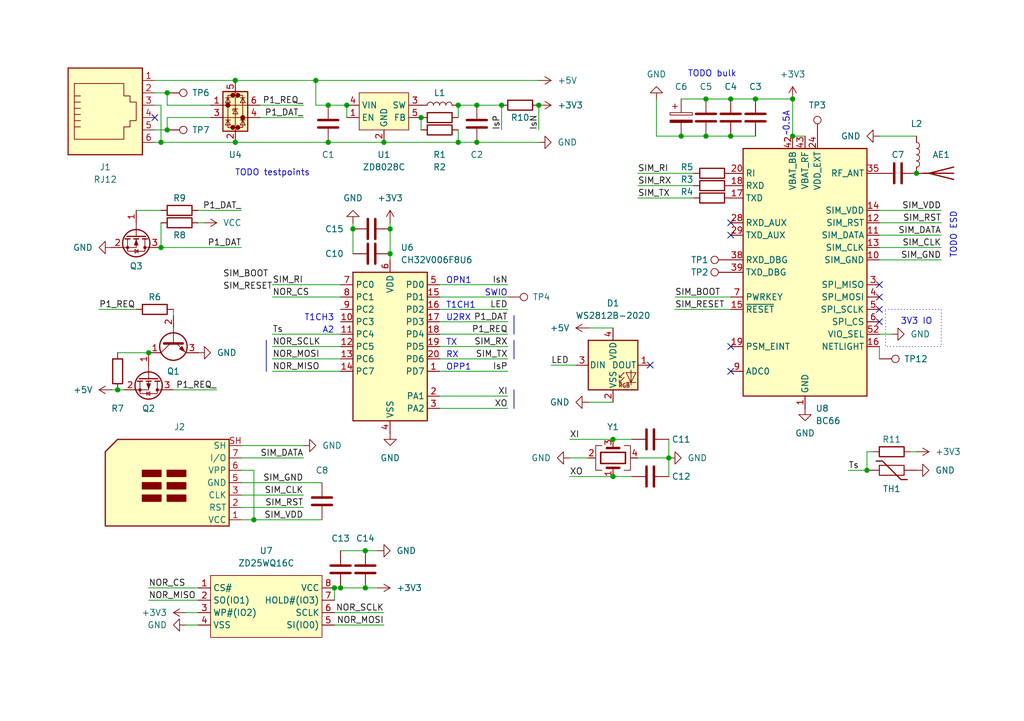
<source format=kicad_sch>
(kicad_sch (version 20250114) (generator "eeschema") (generator_version "9.0")
  (paper "A5")
  (title_block (title "P1Link") (rev "0.1") (comment 3 "github.com/samthedev32/P1Link") (comment 4 "Drawn By: SamTheDev"))
  (lib_symbols
    (symbol "Connector:RJ12" (pin_names (offset 1.016))
      (property "Reference" "J" (at -5.08 11.43 0))
      (property "Value" "RJ12" (at 2.54 11.43 0))
      (symbol "RJ12_1_1"
        (pin passive line (at 10.16 7.62 180) (length 2.54) (name "~") (number "6"))
        (pin passive line (at 10.16 5.08 180) (length 2.54) (name "~") (number "5"))
        (pin passive line (at 10.16 2.54 180) (length 2.54) (name "~") (number "4"))
        (pin passive line (at 10.16 0 180) (length 2.54) (name "~") (number "3"))
        (pin passive line (at 10.16 -2.54 180) (length 2.54) (name "~") (number "2"))
        (pin passive line (at 10.16 -5.08 180) (length 2.54) (name "~") (number "1"))
      )
    )
    (symbol "Connector:SIM_Card_Shielded"
      (property "Reference" "J" (at -2.54 12.7 0))
      (property "Value" "SIM_Card_Shielded" (at -1.27 10.16 0))
      (symbol "SIM_Card_Shielded_1_1"
        (pin power_in line (at -12.7 7.62 0) (length 2.54) (name "VCC") (number "1"))
        (pin input line (at -12.7 5.08 0) (length 2.54) (name "RST") (number "2"))
        (pin input line (at -12.7 2.54 0) (length 2.54) (name "CLK") (number "3"))
        (pin power_in line (at -12.7 0 0) (length 2.54) (name "GND") (number "5"))
        (pin input line (at -12.7 -2.54 0) (length 2.54) (name "VPP") (number "6"))
        (pin bidirectional line (at -12.7 -5.08 0) (length 2.54) (name "I/O") (number "7"))
        (pin passive line (at -12.7 -7.62 0) (length 2.54) (name "SH") (number "SH"))
      )
    )
    (symbol "Connector:TestPoint" (pin_numbers (hide yes)) (pin_names (offset 0.762) (hide yes))
      (property "Reference" "TP" (at 0 6.858 0))
      (property "Value" "TestPoint" (at 0 5.08 0))
      (symbol "TestPoint_1_1"
        (pin passive line (at 0 0 90) (length 2.54) (name "1") (number "1"))
      )
    )
    (symbol "Device:Antenna" (pin_numbers (hide yes)) (pin_names (offset 1.016) (hide yes))
      (property "Reference" "AE" (at -1.905 1.905 0))
      (property "Value" "Antenna" (at -1.905 0 0))
      (symbol "Antenna_1_1"
        (pin input line (at 0 -5.08 90) (length 2.54) (name "A") (number "1"))
      )
    )
    (symbol "Device:C" (pin_numbers (hide yes)) (pin_names (offset 0.254))
      (property "Reference" "C" (at 0.635 2.54 0))
      (property "Value" "C" (at 0.635 -2.54 0))
      (symbol "C_1_1"
        (pin passive line (at 0 3.81 270) (length 2.794) (name "~") (number "1"))
        (pin passive line (at 0 -3.81 90) (length 2.794) (name "~") (number "2"))
      )
    )
    (symbol "Device:C_Polarized" (pin_numbers (hide yes)) (pin_names (offset 0.254))
      (property "Reference" "C" (at 0.635 2.54 0))
      (property "Value" "C_Polarized" (at 0.635 -2.54 0))
      (symbol "C_Polarized_1_1"
        (pin passive line (at 0 3.81 270) (length 2.794) (name "~") (number "1"))
        (pin passive line (at 0 -3.81 90) (length 2.794) (name "~") (number "2"))
      )
    )
    (symbol "Device:Crystal_GND24" (pin_names (offset 1.016) (hide yes))
      (property "Reference" "Y" (at 3.175 5.08 0))
      (property "Value" "Crystal_GND24" (at 3.175 3.175 0))
      (symbol "Crystal_GND24_1_1"
        (pin passive line (at -3.81 0 0) (length 1.27) (name "1") (number "1"))
        (pin passive line (at 0 5.08 270) (length 1.27) (name "2") (number "2"))
        (pin passive line (at 0 -5.08 90) (length 1.27) (name "4") (number "4"))
        (pin passive line (at 3.81 0 180) (length 1.27) (name "3") (number "3"))
      )
    )
    (symbol "Device:L" (pin_numbers (hide yes)) (pin_names (offset 1.016) (hide yes))
      (property "Reference" "L" (at -1.27 0 90))
      (property "Value" "L" (at 1.905 0 90))
      (symbol "L_1_1"
        (pin passive line (at 0 3.81 270) (length 1.27) (name "1") (number "1"))
        (pin passive line (at 0 -3.81 90) (length 1.27) (name "2") (number "2"))
      )
    )
    (symbol "Device:R" (pin_numbers (hide yes)) (pin_names (offset 0))
      (property "Reference" "R" (at 2.032 0 90))
      (property "Value" "R" (at 0 0 90))
      (symbol "R_1_1"
        (pin passive line (at 0 3.81 270) (length 1.27) (name "~") (number "1"))
        (pin passive line (at 0 -3.81 90) (length 1.27) (name "~") (number "2"))
      )
    )
    (symbol "Device:Thermistor" (pin_numbers (hide yes)) (pin_names (offset 0))
      (property "Reference" "TH" (at 2.54 1.27 90))
      (property "Value" "Thermistor" (at -2.54 0 90))
      (symbol "Thermistor_1_1"
        (pin passive line (at 0 5.08 270) (length 2.54) (name "~") (number "1"))
        (pin passive line (at 0 -5.08 90) (length 2.54) (name "~") (number "2"))
      )
    )
    (symbol "LED:WS2812B-2020" (pin_names (offset 0.254))
      (property "Reference" "D" (at 5.08 5.715 0))
      (property "Value" "WS2812B-2020" (at 1.27 -5.715 0))
      (symbol "WS2812B-2020_0_0"
        (text "RGB" (at 2.286 -4.191 0) (effects (font (size 0.762 0.762))))
      )
      (symbol "WS2812B-2020_1_1"
        (pin input line (at -7.62 0 0) (length 2.54) (name "DIN") (number "3"))
        (pin power_in line (at 0 7.62 270) (length 2.54) (name "VDD") (number "4"))
        (pin power_in line (at 0 -7.62 90) (length 2.54) (name "VSS") (number "2"))
        (pin output line (at 7.62 0 180) (length 2.54) (name "DOUT") (number "1"))
      )
    )
    (symbol "MCU_WCH_CH32V0:CH32V006FxUx"
      (property "Reference" "U" (at -7.62 17.78 0))
      (property "Value" "CH32V006FxUx" (at 7.62 17.78 0))
      (symbol "CH32V006FxUx_1_1"
        (pin bidirectional line (at -10.16 12.7 0) (length 2.54) (name "PC0") (number "7"))
        (pin bidirectional line (at -10.16 10.16 0) (length 2.54) (name "PC1") (number "8"))
        (pin bidirectional line (at -10.16 7.62 0) (length 2.54) (name "PC2") (number "9"))
        (pin bidirectional line (at -10.16 5.08 0) (length 2.54) (name "PC3") (number "10"))
        (pin bidirectional line (at -10.16 2.54 0) (length 2.54) (name "PC4") (number "11"))
        (pin bidirectional line (at -10.16 0 0) (length 2.54) (name "PC5") (number "12"))
        (pin bidirectional line (at -10.16 -2.54 0) (length 2.54) (name "PC6") (number "13"))
        (pin bidirectional line (at -10.16 -5.08 0) (length 2.54) (name "PC7") (number "14"))
        (pin power_in line (at 0 17.78 270) (length 2.54) (name "VDD") (number "6"))
        (pin passive line (at 0 -17.78 90) (length 2.54) (hide yes) (name "VSS") (number "21"))
        (pin power_in line (at 0 -17.78 90) (length 2.54) (name "VSS") (number "4"))
        (pin bidirectional line (at 10.16 12.7 180) (length 2.54) (name "PD0") (number "5"))
        (pin bidirectional line (at 10.16 10.16 180) (length 2.54) (name "PD1") (number "15"))
        (pin bidirectional line (at 10.16 7.62 180) (length 2.54) (name "PD2") (number "16"))
        (pin bidirectional line (at 10.16 5.08 180) (length 2.54) (name "PD3") (number "17"))
        (pin bidirectional line (at 10.16 2.54 180) (length 2.54) (name "PD4") (number "18"))
        (pin bidirectional line (at 10.16 0 180) (length 2.54) (name "PD5") (number "19"))
        (pin bidirectional line (at 10.16 -2.54 180) (length 2.54) (name "PD6") (number "20"))
        (pin bidirectional line (at 10.16 -5.08 180) (length 2.54) (name "PD7") (number "1"))
        (pin bidirectional line (at 10.16 -10.16 180) (length 2.54) (name "PA1") (number "2"))
        (pin bidirectional line (at 10.16 -12.7 180) (length 2.54) (name "PA2") (number "3"))
      )
    )
    (symbol "Power_Protection:USBLC6-2SC6" (pin_names (hide yes))
      (property "Reference" "U" (at 0.635 5.715 0))
      (property "Value" "USBLC6-2SC6" (at 0.635 3.81 0))
      (symbol "USBLC6-2SC6_1_1"
        (pin passive line (at -5.08 0 0) (length 2.54) (name "I/O1") (number "1"))
        (pin passive line (at -5.08 -2.54 0) (length 2.54) (name "I/O2") (number "3"))
        (pin passive line (at 0 5.08 270) (length 2.54) (name "VBUS") (number "5"))
        (pin passive line (at 0 -7.62 90) (length 2.54) (name "GND") (number "2"))
        (pin passive line (at 5.08 0 180) (length 2.54) (name "I/O1") (number "6"))
        (pin passive line (at 5.08 -2.54 180) (length 2.54) (name "I/O2") (number "4"))
      )
    )
    (symbol "RF_GSM:BC66"
      (property "Reference" "U8" (at 2.1433 -27.94 0))
      (property "Value" "BC66" (at 2.1433 -30.48 0))
      (symbol "BC66_1_1"
        (pin output line (at -15.24 20.32 0) (length 2.54) (name "RI") (number "20"))
        (pin input line (at -15.24 17.78 0) (length 2.54) (name "RXD") (number "18"))
        (pin output line (at -15.24 15.24 0) (length 2.54) (name "TXD") (number "17"))
        (pin input line (at -15.24 10.16 0) (length 2.54) (name "RXD_AUX") (number "28"))
        (pin output line (at -15.24 7.62 0) (length 2.54) (name "TXD_AUX") (number "29"))
        (pin input line (at -15.24 2.54 0) (length 2.54) (name "RXD_DBG") (number "38"))
        (pin output line (at -15.24 0 0) (length 2.54) (name "TXD_DBG") (number "39"))
        (pin input line (at -15.24 -5.08 0) (length 2.54) (name "PWRKEY") (number "7"))
        (pin input line (at -15.24 -7.62 0) (length 2.54) (name "~{RESET}") (number "15"))
        (pin input line (at -15.24 -15.24 0) (length 2.54) (name "PSM_EINT") (number "19"))
        (pin input line (at -15.24 -20.32 0) (length 2.54) (name "ADC0") (number "9"))
        (pin no_connect line (at -12.7 22.86 0) (length 2.54) (hide yes) (name "RESERVED") (number "8"))
        (pin no_connect line (at -12.7 12.7 0) (length 2.54) (hide yes) (name "RESERVED") (number "21"))
        (pin no_connect line (at -12.7 5.08 0) (length 2.54) (hide yes) (name "RESERVED") (number "22"))
        (pin no_connect line (at -12.7 -2.54 0) (length 2.54) (hide yes) (name "RESERVED") (number "23"))
        (pin no_connect line (at -12.7 -10.16 0) (length 2.54) (hide yes) (name "RESERVED") (number "25"))
        (pin no_connect line (at -12.7 -12.7 0) (length 2.54) (hide yes) (name "RESERVED") (number "51"))
        (pin no_connect line (at -12.7 -17.78 0) (length 2.54) (hide yes) (name "RESERVED") (number "26"))
        (pin no_connect line (at -12.7 -22.86 0) (length 2.54) (hide yes) (name "RESERVED") (number "30"))
        (pin no_connect line (at -10.16 -25.4 90) (length 2.54) (hide yes) (name "RESERVED") (number "31"))
        (pin no_connect line (at -7.62 -25.4 90) (length 2.54) (hide yes) (name "RESERVED") (number "32"))
        (pin no_connect line (at -5.08 25.4 270) (length 2.54) (hide yes) (name "RESERVED") (number "2"))
        (pin no_connect line (at -5.08 -25.4 90) (length 2.54) (hide yes) (name "RESERVED") (number "33"))
        (pin power_in line (at -2.54 27.94 270) (length 2.54) (name "VBAT_BB") (number "42"))
        (pin no_connect line (at -2.54 -25.4 90) (length 2.54) (hide yes) (name "RESERVED") (number "44"))
        (pin power_in line (at 0 27.94 270) (length 2.54) (name "VBAT_RF") (number "43"))
        (pin power_in line (at 0 -27.94 90) (length 2.54) (name "GND") (number "1"))
        (pin passive line (at 0 -27.94 90) (length 2.54) (hide yes) (name "GND") (number "27"))
        (pin passive line (at 0 -27.94 90) (length 2.54) (hide yes) (name "GND") (number "34"))
        (pin passive line (at 0 -27.94 90) (length 2.54) (hide yes) (name "GND") (number "36"))
        (pin passive line (at 0 -27.94 90) (length 2.54) (hide yes) (name "GND") (number "37"))
        (pin passive line (at 0 -27.94 90) (length 2.54) (hide yes) (name "GND") (number "40"))
        (pin passive line (at 0 -27.94 90) (length 2.54) (hide yes) (name "GND") (number "41"))
        (pin power_out line (at 2.54 27.94 270) (length 2.54) (name "VDD_EXT") (number "24"))
        (pin no_connect line (at 2.54 -25.4 90) (length 2.54) (hide yes) (name "RESERVED") (number "54"))
        (pin no_connect line (at 5.08 25.4 270) (length 2.54) (hide yes) (name "RESERVED") (number "58"))
        (pin no_connect line (at 5.08 -25.4 90) (length 2.54) (hide yes) (name "RESERVED") (number "45"))
        (pin no_connect line (at 7.62 -25.4 90) (length 2.54) (hide yes) (name "RESERVED") (number "46"))
        (pin no_connect line (at 10.16 -25.4 90) (length 2.54) (hide yes) (name "RESERVED") (number "47"))
        (pin no_connect line (at 12.7 22.86 180) (length 2.54) (hide yes) (name "RESERVED") (number "57"))
        (pin no_connect line (at 12.7 17.78 180) (length 2.54) (hide yes) (name "RESERVED") (number "55"))
        (pin no_connect line (at 12.7 15.24 180) (length 2.54) (hide yes) (name "RESERVED") (number "56"))
        (pin no_connect line (at 12.7 0 180) (length 2.54) (hide yes) (name "RESERVED") (number "53"))
        (pin no_connect line (at 12.7 -17.78 180) (length 2.54) (hide yes) (name "RESERVED") (number "50"))
        (pin no_connect line (at 12.7 -20.32 180) (length 2.54) (hide yes) (name "RESERVED") (number "49"))
        (pin no_connect line (at 12.7 -22.86 180) (length 2.54) (hide yes) (name "RESERVED") (number "48"))
        (pin passive line (at 15.24 20.32 180) (length 2.54) (name "RF_ANT") (number "35"))
        (pin power_out line (at 15.24 12.7 180) (length 2.54) (name "SIM_VDD") (number "14"))
        (pin output line (at 15.24 10.16 180) (length 2.54) (name "SIM_RST") (number "12"))
        (pin bidirectional line (at 15.24 7.62 180) (length 2.54) (name "SIM_DATA") (number "11"))
        (pin output line (at 15.24 5.08 180) (length 2.54) (name "SIM_CLK") (number "13"))
        (pin power_out line (at 15.24 2.54 180) (length 2.54) (name "SIM_GND") (number "10"))
        (pin input line (at 15.24 -2.54 180) (length 2.54) (name "SPI_MISO") (number "3"))
        (pin output line (at 15.24 -5.08 180) (length 2.54) (name "SPI_MOSI") (number "4"))
        (pin output line (at 15.24 -7.62 180) (length 2.54) (name "SPI_SCLK") (number "5"))
        (pin output line (at 15.24 -10.16 180) (length 2.54) (name "SPI_CS") (number "6"))
        (pin input line (at 15.24 -12.7 180) (length 2.54) (name "VIO_SEL") (number "52"))
        (pin output line (at 15.24 -15.24 180) (length 2.54) (name "NETLIGHT") (number "16"))
      )
    )
    (symbol "Transistor_BJT:Q_NPN_CBE" (pin_names (offset 0) (hide yes))
      (property "Reference" "Q" (at 5.08 1.27 0))
      (property "Value" "Q_NPN_CBE" (at 5.08 -1.27 0))
      (symbol "Q_NPN_CBE_1_1"
        (pin input line (at -5.08 0 0) (length 2.54) (name "B") (number "2"))
        (pin passive line (at 2.54 5.08 270) (length 2.54) (name "C") (number "1"))
        (pin passive line (at 2.54 -5.08 90) (length 2.54) (name "E") (number "3"))
      )
    )
    (symbol "Transistor_FET:Q_NMOS_GSD" (pin_names (offset 0) (hide yes))
      (property "Reference" "Q" (at 5.08 1.905 0))
      (property "Value" "Q_NMOS_GSD" (at 5.08 0 0))
      (symbol "Q_NMOS_GSD_1_1"
        (pin input line (at -5.08 0 0) (length 2.54) (name "G") (number "1"))
        (pin passive line (at 2.54 5.08 270) (length 2.54) (name "D") (number "3"))
        (pin passive line (at 2.54 -5.08 90) (length 2.54) (name "S") (number "2"))
      )
    )
    (symbol "Transistor_FET:Q_PMOS_GSD" (pin_names (offset 0) (hide yes))
      (property "Reference" "Q" (at 5.08 1.905 0))
      (property "Value" "Q_PMOS_GSD" (at 5.08 0 0))
      (symbol "Q_PMOS_GSD_1_1"
        (pin input line (at -5.08 0 0) (length 2.54) (name "G") (number "1"))
        (pin passive line (at 2.54 5.08 270) (length 2.54) (name "D") (number "3"))
        (pin passive line (at 2.54 -5.08 90) (length 2.54) (name "S") (number "2"))
      )
    )
    (symbol "power:+3V3" (power) (pin_numbers (hide yes)) (pin_names (offset 0) (hide yes))
      (property "Value" "+3V3" (at 0 3.556 0))
      (symbol "+3V3_1_1"
        (pin power_in line (at 0 0 90) (length 0) (name "~") (number "1"))
      )
    )
    (symbol "power:+5V" (power) (pin_numbers (hide yes)) (pin_names (offset 0) (hide yes))
      (property "Value" "+5V" (at 0 3.556 0))
      (symbol "+5V_1_1"
        (pin power_in line (at 0 0 90) (length 0) (name "~") (number "1"))
      )
    )
    (symbol "power:GND" (power) (pin_numbers (hide yes)) (pin_names (offset 0) (hide yes))
      (property "Value" "GND" (at 0 -3.81 0))
      (symbol "GND_1_1"
        (pin power_in line (at 0 0 270) (length 0) (name "~") (number "1"))
      )
    )
    (symbol "power:VCC" (power) (pin_numbers (hide yes)) (pin_names (offset 0) (hide yes))
      (property "Value" "VCC" (at 0 3.556 0))
      (symbol "VCC_1_1"
        (pin power_in line (at 0 0 90) (length 0) (name "~") (number "1"))
      )
    )
    (symbol "zetta:ZD25WQ16C"
      (property "Reference" "U" (at 0 3.81 0))
      (property "Value" "ZD25WQ16C" (at 0 1.27 0))
      (symbol "ZD25WQ16C_1_1"
        (pin input line (at -13.97 -2.54 0) (length 2.54) (name "CS#") (number "1"))
        (pin bidirectional line (at -13.97 -5.08 0) (length 2.54) (name "SO(IO1)") (number "2"))
        (pin bidirectional line (at -13.97 -7.62 0) (length 2.54) (name "WP#(IO2)") (number "3"))
        (pin passive line (at -13.97 -10.16 0) (length 2.54) (name "VSS") (number "4"))
        (pin passive line (at -13.97 -10.16 0) (length 2.54) (hide yes) (name "TP") (number "9"))
        (pin power_in line (at 13.97 -2.54 180) (length 2.54) (name "VCC") (number "8"))
        (pin bidirectional line (at 13.97 -5.08 180) (length 2.54) (name "HOLD#(IO3)") (number "7"))
        (pin input line (at 13.97 -7.62 180) (length 2.54) (name "SCLK") (number "6"))
        (pin bidirectional line (at 13.97 -10.16 180) (length 2.54) (name "SI(IO0)") (number "5"))
      )
    )
    (symbol "zetta:ZD8028C"
      (property "Reference" "U" (at 0 3.81 0))
      (property "Value" "ZD8028C" (at 0 1.27 0))
      (symbol "ZD8028C_1_1"
        (pin power_in line (at -7.62 -2.54 0) (length 2.54) (name "VIN") (number "4"))
        (pin input line (at -7.62 -5.08 0) (length 2.54) (name "EN") (number "1"))
        (pin passive line (at 0 -10.16 90) (length 2.54) (name "GND") (number "2"))
        (pin power_out line (at 7.62 -2.54 180) (length 2.54) (name "SW") (number "3"))
        (pin input line (at 7.62 -5.08 180) (length 2.54) (name "FB") (number "5"))
      )
    )
  )
  (rectangle (start 181.61 63.5) (end 193.04 71.12) (stroke (width 0) (type dot)))
  (text "U2RX" (at 91.44 66.04 0) (effects (font (size 1.27 1.27)) (justify left bottom)))
  (text "TODO testpoints" (at 55.88 35.56 0) (effects (font (size 1.27 1.27))))
  (text "T1CH1" (at 91.44 63.5 0) (effects (font (size 1.27 1.27)) (justify left bottom)))
  (text "RX" (at 91.44 73.66 0) (effects (font (size 1.27 1.27)) (justify left bottom)))
  (text "~0.5A" (at 161.29 25.4 90) (effects (font (size 1.27 1.27))))
  (text "TODO ESD" (at 195.58 48.26 90) (effects (font (size 1.27 1.27))))
  (text "TX" (at 91.44 71.12 0) (effects (font (size 1.27 1.27)) (justify left bottom)))
  (text "A2" (at 68.58 68.58 0) (effects (font (size 1.27 1.27)) (justify right bottom)))
  (text "T1CH3" (at 68.58 66.04 0) (effects (font (size 1.27 1.27)) (justify right bottom)))
  (text "OPP1" (at 91.44 76.2 0) (effects (font (size 1.27 1.27)) (justify left bottom)))
  (text "OPN1" (at 91.44 58.42 0) (effects (font (size 1.27 1.27)) (justify left bottom)))
  (text "SWIO" (at 104.14 60.96 0) (effects (font (size 1.27 1.27)) (justify right bottom)))
  (text "3V3 IO" (at 187.96 66.04 0) (effects (font (size 1.27 1.27))))
  (text "TODO bulk" (at 146.05 15.24 0) (effects (font (size 1.27 1.27))))
  (junction (at 52.07 106.68))
  (junction (at 86.36 24.13))
  (junction (at 187.96 35.56))
  (junction (at 33.02 50.8))
  (junction (at 34.29 26.67))
  (junction (at 137.16 93.98))
  (junction (at 30.48 72.39))
  (junction (at 149.86 20.32))
  (junction (at 74.93 120.65))
  (junction (at 64.77 16.51))
  (junction (at 139.7 27.94))
  (junction (at 78.74 29.21))
  (junction (at 144.78 27.94))
  (junction (at 154.94 20.32))
  (junction (at 69.85 120.65))
  (junction (at 80.01 52.07))
  (junction (at 125.73 90.17))
  (junction (at 48.26 29.21))
  (junction (at 110.49 21.59))
  (junction (at 144.78 20.32))
  (junction (at 162.56 20.32))
  (junction (at 125.73 97.79))
  (junction (at 48.26 16.51))
  (junction (at 67.31 29.21))
  (junction (at 34.29 19.05))
  (junction (at 102.87 21.59))
  (junction (at 71.12 21.59))
  (junction (at 33.02 29.21))
  (junction (at 177.8 96.52))
  (junction (at 68.58 120.65))
  (junction (at 72.39 46.99))
  (junction (at 97.79 29.21))
  (junction (at 162.56 27.94))
  (junction (at 93.98 21.59))
  (junction (at 67.31 21.59))
  (junction (at 74.93 113.03))
  (junction (at 97.79 21.59))
  (junction (at 149.86 27.94))
  (junction (at 93.98 29.21))
  (junction (at 24.13 80.01))
  (junction (at 80.01 46.99))
  (no_connect (at 149.86 71.12))
  (no_connect (at 180.34 58.42))
  (no_connect (at 31.75 24.13))
  (no_connect (at 149.86 45.72))
  (no_connect (at 133.35 74.93))
  (no_connect (at 180.34 63.5))
  (no_connect (at 180.34 60.96))
  (no_connect (at 149.86 48.26))
  (no_connect (at 180.34 66.04))
  (no_connect (at 149.86 76.2))
  (wire (pts (xy 33.02 50.8) (xy 49.53 50.8)))
  (wire (pts (xy 49.53 96.52) (xy 52.07 96.52)))
  (wire (pts (xy 38.1 125.73) (xy 40.64 125.73)))
  (wire (pts (xy 62.23 93.98) (xy 49.53 93.98)))
  (wire (pts (xy 90.17 63.5) (xy 104.14 63.5)))
  (wire (pts (xy 154.94 20.32) (xy 162.56 20.32)))
  (wire (pts (xy 20.32 63.5) (xy 27.94 63.5)))
  (wire (pts (xy 68.58 120.65) (xy 68.58 123.19)))
  (wire (pts (xy 41.91 45.72) (xy 40.64 45.72)))
  (wire (pts (xy 55.88 71.12) (xy 69.85 71.12)))
  (wire (pts (xy 78.74 29.21) (xy 67.31 29.21)))
  (wire (pts (xy 33.02 45.72) (xy 33.02 50.8)))
  (wire (pts (xy 134.62 27.94) (xy 139.7 27.94)))
  (wire (pts (xy 31.75 29.21) (xy 33.02 29.21)))
  (polyline (pts (xy 105.41 64.77) (xy 105.41 68.58)))
  (wire (pts (xy 52.07 96.52) (xy 52.07 106.68)))
  (wire (pts (xy 74.93 120.65) (xy 69.85 120.65)))
  (wire (pts (xy 66.04 106.68) (xy 52.07 106.68)))
  (wire (pts (xy 34.29 24.13) (xy 34.29 26.67)))
  (wire (pts (xy 34.29 21.59) (xy 43.18 21.59)))
  (wire (pts (xy 149.86 27.94) (xy 154.94 27.94)))
  (wire (pts (xy 33.02 29.21) (xy 33.02 21.59)))
  (wire (pts (xy 138.43 63.5) (xy 149.86 63.5)))
  (wire (pts (xy 31.75 21.59) (xy 33.02 21.59)))
  (wire (pts (xy 90.17 68.58) (xy 104.14 68.58)))
  (wire (pts (xy 55.88 58.42) (xy 69.85 58.42)))
  (wire (pts (xy 137.16 93.98) (xy 137.16 97.79)))
  (wire (pts (xy 116.84 97.79) (xy 125.73 97.79)))
  (wire (pts (xy 35.56 63.5) (xy 35.56 64.77)))
  (wire (pts (xy 30.48 120.65) (xy 40.64 120.65)))
  (wire (pts (xy 49.53 99.06) (xy 66.04 99.06)))
  (wire (pts (xy 55.88 76.2) (xy 69.85 76.2)))
  (wire (pts (xy 113.03 74.93) (xy 118.11 74.93)))
  (wire (pts (xy 31.75 19.05) (xy 34.29 19.05)))
  (wire (pts (xy 180.34 71.12) (xy 180.34 73.66)))
  (wire (pts (xy 104.14 60.96) (xy 90.17 60.96)))
  (wire (pts (xy 90.17 66.04) (xy 104.14 66.04)))
  (wire (pts (xy 53.34 24.13) (xy 62.23 24.13)))
  (wire (pts (xy 90.17 71.12) (xy 104.14 71.12)))
  (wire (pts (xy 90.17 58.42) (xy 104.14 58.42)))
  (wire (pts (xy 74.93 113.03) (xy 77.47 113.03)))
  (wire (pts (xy 31.75 16.51) (xy 48.26 16.51)))
  (wire (pts (xy 35.56 80.01) (xy 44.45 80.01)))
  (wire (pts (xy 90.17 83.82) (xy 104.14 83.82)))
  (polyline (pts (xy 105.41 69.85) (xy 105.41 73.66)))
  (wire (pts (xy 90.17 76.2) (xy 104.14 76.2)))
  (wire (pts (xy 69.85 113.03) (xy 74.93 113.03)))
  (wire (pts (xy 97.79 21.59) (xy 102.87 21.59)))
  (wire (pts (xy 55.88 73.66) (xy 69.85 73.66)))
  (wire (pts (xy 38.1 128.27) (xy 40.64 128.27)))
  (wire (pts (xy 49.53 91.44) (xy 62.23 91.44)))
  (wire (pts (xy 48.26 29.21) (xy 67.31 29.21)))
  (wire (pts (xy 34.29 24.13) (xy 43.18 24.13)))
  (wire (pts (xy 149.86 20.32) (xy 154.94 20.32)))
  (wire (pts (xy 77.47 120.65) (xy 74.93 120.65)))
  (wire (pts (xy 69.85 120.65) (xy 68.58 120.65)))
  (wire (pts (xy 71.12 21.59) (xy 71.12 24.13)))
  (wire (pts (xy 93.98 29.21) (xy 97.79 29.21)))
  (wire (pts (xy 93.98 21.59) (xy 93.98 24.13)))
  (wire (pts (xy 130.81 93.98) (xy 137.16 93.98)))
  (wire (pts (xy 27.94 43.18) (xy 33.02 43.18)))
  (wire (pts (xy 137.16 90.17) (xy 137.16 93.98)))
  (wire (pts (xy 86.36 24.13) (xy 86.36 26.67)))
  (wire (pts (xy 125.73 97.79) (xy 129.54 97.79)))
  (wire (pts (xy 177.8 96.52) (xy 173.99 96.52)))
  (wire (pts (xy 24.13 80.01) (xy 25.4 80.01)))
  (wire (pts (xy 138.43 60.96) (xy 149.86 60.96)))
  (wire (pts (xy 64.77 21.59) (xy 67.31 21.59)))
  (wire (pts (xy 180.34 43.18) (xy 193.04 43.18)))
  (wire (pts (xy 80.01 46.99) (xy 80.01 52.07)))
  (wire (pts (xy 93.98 21.59) (xy 97.79 21.59)))
  (wire (pts (xy 30.48 123.19) (xy 40.64 123.19)))
  (wire (pts (xy 33.02 29.21) (xy 48.26 29.21)))
  (wire (pts (xy 80.01 52.07) (xy 80.01 53.34)))
  (wire (pts (xy 182.88 68.58) (xy 180.34 68.58)))
  (wire (pts (xy 97.79 29.21) (xy 110.49 29.21)))
  (wire (pts (xy 180.34 50.8) (xy 193.04 50.8)))
  (wire (pts (xy 144.78 20.32) (xy 149.86 20.32)))
  (wire (pts (xy 48.26 16.51) (xy 64.77 16.51)))
  (wire (pts (xy 180.34 48.26) (xy 193.04 48.26)))
  (polyline (pts (xy 105.41 80.01) (xy 105.41 83.82)))
  (wire (pts (xy 110.49 21.59) (xy 110.49 26.67)))
  (wire (pts (xy 130.81 35.56) (xy 142.24 35.56)))
  (wire (pts (xy 90.17 73.66) (xy 104.14 73.66)))
  (wire (pts (xy 125.73 90.17) (xy 129.54 90.17)))
  (wire (pts (xy 180.34 45.72) (xy 193.04 45.72)))
  (wire (pts (xy 179.07 92.71) (xy 177.8 92.71)))
  (wire (pts (xy 180.34 53.34) (xy 193.04 53.34)))
  (wire (pts (xy 22.86 80.01) (xy 24.13 80.01)))
  (wire (pts (xy 72.39 46.99) (xy 72.39 52.07)))
  (wire (pts (xy 34.29 21.59) (xy 34.29 19.05)))
  (wire (pts (xy 162.56 20.32) (xy 162.56 27.94)))
  (wire (pts (xy 177.8 92.71) (xy 177.8 96.52)))
  (wire (pts (xy 55.88 68.58) (xy 69.85 68.58)))
  (wire (pts (xy 93.98 29.21) (xy 78.74 29.21)))
  (wire (pts (xy 78.74 125.73) (xy 68.58 125.73)))
  (wire (pts (xy 102.87 21.59) (xy 102.87 26.67)))
  (wire (pts (xy 144.78 27.94) (xy 149.86 27.94)))
  (wire (pts (xy 180.34 27.94) (xy 187.96 27.94)))
  (wire (pts (xy 134.62 20.32) (xy 134.62 27.94)))
  (wire (pts (xy 53.34 21.59) (xy 62.23 21.59)))
  (wire (pts (xy 52.07 106.68) (xy 49.53 106.68)))
  (wire (pts (xy 31.75 26.67) (xy 34.29 26.67)))
  (wire (pts (xy 55.88 60.96) (xy 69.85 60.96)))
  (wire (pts (xy 78.74 128.27) (xy 68.58 128.27)))
  (wire (pts (xy 62.23 104.14) (xy 49.53 104.14)))
  (wire (pts (xy 120.65 82.55) (xy 125.73 82.55)))
  (wire (pts (xy 120.65 67.31) (xy 125.73 67.31)))
  (wire (pts (xy 116.84 90.17) (xy 125.73 90.17)))
  (wire (pts (xy 90.17 81.28) (xy 104.14 81.28)))
  (wire (pts (xy 62.23 101.6) (xy 49.53 101.6)))
  (wire (pts (xy 139.7 27.94) (xy 144.78 27.94)))
  (wire (pts (xy 64.77 16.51) (xy 64.77 21.59)))
  (wire (pts (xy 139.7 20.32) (xy 144.78 20.32)))
  (wire (pts (xy 130.81 40.64) (xy 142.24 40.64)))
  (wire (pts (xy 72.39 45.72) (xy 72.39 46.99)))
  (wire (pts (xy 80.01 45.72) (xy 80.01 46.99)))
  (wire (pts (xy 116.84 93.98) (xy 120.65 93.98)))
  (wire (pts (xy 162.56 27.94) (xy 165.1 27.94)))
  (wire (pts (xy 187.96 92.71) (xy 186.69 92.71)))
  (polyline (pts (xy 54.61 69.85) (xy 54.61 76.2)))
  (wire (pts (xy 24.13 72.39) (xy 30.48 72.39)))
  (wire (pts (xy 110.49 16.51) (xy 64.77 16.51)))
  (wire (pts (xy 93.98 26.67) (xy 93.98 29.21)))
  (wire (pts (xy 130.81 38.1) (xy 142.24 38.1)))
  (wire (pts (xy 67.31 21.59) (xy 71.12 21.59)))
  (wire (pts (xy 40.64 43.18) (xy 49.53 43.18)))
  (label "LED" (at 113.03 74.93 0))
  (label "NOR_SCLK" (at 55.88 71.12 0))
  (label "SIM_DATA" (at 193.04 48.26 180))
  (label "P1_REQ" (at 20.32 63.5 0))
  (label "SIM_RST" (at 62.23 104.14 180))
  (label "P1_DAT_" (at 62.23 24.13 180))
  (label "XO" (at 104.14 83.82 180))
  (label "IsP" (at 104.14 76.2 180))
  (label "SIM_RI" (at 55.88 58.42 0))
  (label "P1_REQ" (at 104.14 68.58 180))
  (label "SIM_RST" (at 193.04 45.72 180))
  (label "SIM_CLK" (at 193.04 50.8 180))
  (label "SIM_TX" (at 104.14 73.66 180))
  (label "P1_DAT_" (at 49.53 43.18 180))
  (label "SIM_RI" (at 130.81 35.56 0))
  (label "SIM_CLK" (at 62.23 101.6 180))
  (label "IsP" (at 102.87 26.67 90))
  (label "P1_DAT" (at 49.53 50.8 180))
  (label "P1_DAT" (at 104.14 66.04 180))
  (label "P1_REQ_" (at 62.23 21.59 180))
  (label "IsN" (at 110.49 26.67 90))
  (label "SIM_VDD" (at 193.04 43.18 180))
  (label "SIM_RX" (at 104.14 71.12 180))
  (label "SIM_DATA" (at 62.23 93.98 180))
  (label "XO" (at 116.84 97.79 0))
  (label "XI" (at 116.84 90.17 0))
  (label "LED" (at 104.14 63.5 180))
  (label "SIM_TX" (at 130.81 40.64 0))
  (label "SIM_VDD" (at 62.23 106.68 180))
  (label "NOR_MOSI" (at 55.88 73.66 0))
  (label "Ts" (at 55.88 68.58 0))
  (label "SIM_RX" (at 130.81 38.1 0))
  (label "XI" (at 104.14 81.28 180))
  (label "NOR_MISO" (at 55.88 76.2 0))
  (label "SIM_RESET" (at 138.43 63.5 0))
  (label "P1_REQ_" (at 44.45 80.01 180))
  (label "SIM_GND" (at 193.04 53.34 180))
  (label "SIM_RESET" (at 45.72 59.69 0))
  (label "Ts" (at 173.99 96.52 0))
  (label "SIM_GND" (at 62.23 99.06 180))
  (label "SIM_BOOT" (at 45.72 57.15 0))
  (label "NOR_CS" (at 30.48 120.65 0))
  (label "NOR_MOSI" (at 78.74 128.27 180))
  (label "NOR_MISO" (at 30.48 123.19 0))
  (label "SIM_BOOT" (at 138.43 60.96 0))
  (label "NOR_CS" (at 55.88 60.96 0))
  (label "NOR_SCLK" (at 78.74 125.73 180))
  (label "IsN" (at 104.14 58.42 180))
  (symbol (lib_id "power:+3V3") (at 110.49 21.59 270) (unit 1)
    (property "Reference" "#PWR03" (effects (hide yes)))
    (property "Value" "+3V3" (at 114.3 21.5899 90) (effects (justify left)))
    (property "Description" "Power symbol creates a global label with name \"+3V3\"" (effects (hide yes)))
  )
  (symbol (lib_id "Device:L") (at 90.17 21.59 90) (unit 1)
    (property "Reference" "L1" (at 90.17 19.05 90))
    (property "Value" "L" (effects (hide yes)))
    (property "Footprint" "Inductor_SMD:L_0402_1005Metric" (effects (hide yes)))
    (property "Description" "Inductor" (effects (hide yes)))
  )
  (symbol (lib_id "Connector:TestPoint") (at 104.14 60.96 270) (unit 1)
    (property "Reference" "TP4" (at 109.22 60.96 90) (effects (justify left)))
    (property "Value" "SWIO" (effects (hide yes)))
    (property "Footprint" "TestPoint:TestPoint_Pad_D1.0mm" (effects (hide yes)))
    (property "Description" "test point" (effects (hide yes)))
  )
  (symbol (lib_id "power:GND") (at 40.64 72.39 90) (mirror x) (unit 1)
    (property "Reference" "#PWR09" (effects (hide yes)))
    (property "Value" "GND" (at 44.45 72.3899 90) (effects (justify right)))
    (property "Description" "Power symbol creates a global label with name \"GND\" , ground" (effects (hide yes)))
  )
  (symbol (lib_id "power:GND") (at 165.1 83.82 0) (unit 1)
    (property "Reference" "#PWR05" (effects (hide yes)))
    (property "Value" "GND" (at 165.1 88.9 0))
    (property "Description" "Power symbol creates a global label with name \"GND\" , ground" (effects (hide yes)))
  )
  (symbol (lib_id "Device:R") (at 90.17 26.67 90) (unit 1)
    (property "Reference" "R2" (at 90.17 34.29 90))
    (property "Value" "R" (effects (hide yes)))
    (property "Footprint" "Resistor_SMD:R_0402_1005Metric" (effects (hide yes)))
    (property "Description" "Resistor" (effects (hide yes)))
  )
  (symbol (lib_id "power:GND") (at 38.1 128.27 270) (unit 1)
    (property "Reference" "#PWR024" (effects (hide yes)))
    (property "Value" "GND" (at 34.29 128.27 90) (effects (justify right)))
    (property "Description" "Power symbol creates a global label with name \"GND\" , ground" (effects (hide yes)))
  )
  (symbol (lib_id "Device:R") (at 31.75 63.5 90) (unit 1)
    (property "Reference" "R6" (at 31.75 60.96 90))
    (property "Value" "1k - 10k" (effects (hide yes)))
    (property "Footprint" "Resistor_SMD:R_0402_1005Metric" (effects (hide yes)))
    (property "Description" "Resistor" (effects (hide yes)))
  )
  (symbol (lib_id "Device:C") (at 67.31 25.4 0) (unit 1)
    (property "Reference" "C1" (at 67.31 31.75 0))
    (property "Value" "10u" (effects (hide yes)))
    (property "Footprint" "Capacitor_SMD:C_0402_1005Metric" (effects (hide yes)))
    (property "Description" "Unpolarized capacitor" (effects (hide yes)))
  )
  (symbol (lib_id "Connector:TestPoint") (at 149.86 53.34 90) (unit 1)
    (property "Reference" "TP1" (at 143.51 53.34 90))
    (property "Value" "RXD_DBG" (effects (hide yes)))
    (property "Footprint" "TestPoint:TestPoint_Pad_D1.0mm" (effects (hide yes)))
    (property "Description" "test point" (effects (hide yes)))
  )
  (symbol (lib_id "Device:Antenna") (at 193.04 35.56 270) (unit 1)
    (property "Reference" "AE1" (at 193.04 31.75 90))
    (property "Value" "Antenna" (effects (hide yes)))
    (property "Footprint" "RF_Antenna:Texas_SWRA416_868MHz_915MHz" (effects (hide yes)))
    (property "Description" "Antenna" (effects (hide yes)))
  )
  (symbol (lib_id "power:+3V3") (at 187.96 92.71 270) (mirror x) (unit 1)
    (property "Reference" "#PWR023" (effects (hide yes)))
    (property "Value" "+3V3" (at 191.77 92.7099 90) (effects (justify left)))
    (property "Description" "Power symbol creates a global label with name \"+3V3\"" (effects (hide yes)))
  )
  (symbol (lib_id "Device:R") (at 106.68 21.59 90) (unit 1)
    (property "Reference" "R10" (at 106.68 24.13 90))
    (property "Value" "R" (effects (hide yes)))
    (property "Footprint" "Resistor_SMD:R_0402_1005Metric" (effects (hide yes)))
    (property "Description" "Resistor" (effects (hide yes)))
  )
  (symbol (lib_id "Transistor_BJT:Q_NPN_CBE") (at 35.56 69.85 90) (mirror x) (unit 1)
    (property "Reference" "Q1" (at 35.56 76.2 90))
    (property "Value" "Q_NPN_CBE" (effects (hide yes)))
    (property "Footprint" "Package_TO_SOT_SMD:SOT-23" (effects (hide yes)))
    (property "Description" "NPN transistor, collector/base/emitter" (effects (hide yes)))
  )
  (symbol (lib_id "MCU_WCH_CH32V0:CH32V006FxUx") (at 80.01 71.12 0) (unit 1)
    (property "Reference" "U6" (at 82.1533 50.8 0) (effects (justify left)))
    (property "Value" "CH32V006F8U6" (at 82.1533 53.34 0) (effects (justify left)))
    (property "Footprint" "Package_DFN_QFN:QFN-20-1EP_3x3mm_P0.4mm_EP1.65x1.65mm" (effects (hide yes)))
    (property "Datasheet" "https://www.wch-ic.com/products/CH32V003.html" (effects (hide yes)))
    (property "Description" "CH32V003 series are industrial-grade general-purpose microcontrollers designed based on 32-bit RISC-V instruction set and architecture. It adopts QingKe V2A core, RV32EC instruction set, and supports 2 levels of interrupt nesting. The series are mounted with rich peripheral interfaces and function modules. Its internal organizational structure meets the low-cost and low-power embedded application scenarios." (effects (hide yes)))
    (property "LCSC" "C42431288" (effects (hide yes)))
  )
  (symbol (lib_id "Device:R") (at 24.13 76.2 0) (unit 1)
    (property "Reference" "R7" (at 24.13 83.82 0))
    (property "Value" "10k - 100k" (effects (hide yes)))
    (property "Footprint" "Resistor_SMD:R_0402_1005Metric" (effects (hide yes)))
    (property "Description" "Resistor" (effects (hide yes)))
  )
  (symbol (lib_id "Transistor_FET:Q_NMOS_GSD") (at 27.94 48.26 270) (unit 1)
    (property "Reference" "Q3" (at 27.94 54.61 90))
    (property "Value" "Q_NMOS_GSD" (effects (hide yes)))
    (property "Footprint" "Package_TO_SOT_SMD:SOT-23" (effects (hide yes)))
    (property "Description" "N-MOSFET transistor, gate/source/drain" (effects (hide yes)))
    (property "LCSC" "C4748714" (effects (hide yes)))
  )
  (symbol (lib_id "Connector:SIM_Card_Shielded") (at 36.83 99.06 180) (unit 1)
    (property "Reference" "J2" (at 36.83 87.63 0))
    (property "Value" "SIM_Card_Shielded" (effects (hide yes)))
    (property "Footprint" "misc:XUNPU_SMN-305" (effects (hide yes)))
    (property "Description" "SIM Card" (effects (hide yes)))
  )
  (symbol (lib_id "Device:R") (at 146.05 38.1 90) (unit 1)
    (property "Reference" "R3" (at 142.24 36.83 90) (effects (justify left)))
    (property "Value" "1k" (effects (hide yes)))
    (property "Footprint" "Resistor_SMD:R_0402_1005Metric" (effects (hide yes)))
    (property "Description" "Resistor" (effects (hide yes)))
  )
  (symbol (lib_id "Device:R") (at 146.05 35.56 90) (unit 1)
    (property "Reference" "R5" (at 142.24 34.29 90) (effects (justify left)))
    (property "Value" "1k" (effects (hide yes)))
    (property "Footprint" "Resistor_SMD:R_0402_1005Metric" (effects (hide yes)))
    (property "Description" "Resistor" (effects (hide yes)))
  )
  (symbol (lib_id "Device:R") (at 36.83 43.18 90) (unit 1)
    (property "Reference" "R9" (at 36.83 40.64 90))
    (property "Value" "100-1k" (effects (hide yes)))
    (property "Footprint" "Resistor_SMD:R_0402_1005Metric" (effects (hide yes)))
    (property "Description" "Resistor" (effects (hide yes)))
  )
  (symbol (lib_id "Connector:RJ12") (at 21.59 21.59 0) (mirror x) (unit 1)
    (property "Reference" "J1" (at 21.59 34.29 0))
    (property "Value" "RJ12" (at 21.59 36.83 0))
    (property "Footprint" "Connector_RJ:RJ25_Wayconn_MJEA-660X1_Horizontal" (effects (hide yes)))
    (property "Description" "RJ connector, 6P6C (6 positions 6 connected)" (effects (hide yes)))
    (property "LCSC" "C77859" (effects (hide yes)))
  )
  (symbol (lib_id "power:GND") (at 134.62 20.32 180) (unit 1)
    (property "Reference" "#PWR08" (effects (hide yes)))
    (property "Value" "GND" (at 134.62 15.24 0))
    (property "Description" "Power symbol creates a global label with name \"GND\" , ground" (effects (hide yes)))
  )
  (symbol (lib_id "Power_Protection:USBLC6-2SC6") (at 48.26 21.59 0) (unit 1)
    (property "Reference" "U4" (at 48.26 31.75 0))
    (property "Value" "USBLC6-2SC6" (effects (hide yes)))
    (property "Footprint" "Package_TO_SOT_SMD:SOT-23-6" (effects (hide yes)))
    (property "Datasheet" "https://www.st.com/resource/en/datasheet/usblc6-2.pdf" (effects (hide yes)))
    (property "Description" "Very low capacitance ESD protection diode, 2 data-line, SOT-23-6" (effects (hide yes)))
    (property "LCSC" "C2687116" (effects (hide yes)))
  )
  (symbol (lib_id "Device:C") (at 144.78 24.13 0) (unit 1)
    (property "Reference" "C5" (at 144.78 17.78 0))
    (property "Value" "100p" (effects (hide yes)))
    (property "Footprint" "Capacitor_SMD:C_0402_1005Metric" (effects (hide yes)))
    (property "Description" "Unpolarized capacitor" (effects (hide yes)))
  )
  (symbol (lib_id "power:GND") (at 187.96 96.52 90) (mirror x) (unit 1)
    (property "Reference" "#PWR025" (effects (hide yes)))
    (property "Value" "GND" (at 191.77 96.5199 90) (effects (justify right)))
    (property "Description" "Power symbol creates a global label with name \"GND\" , ground" (effects (hide yes)))
  )
  (symbol (lib_id "power:+5V") (at 120.65 67.31 90) (unit 1)
    (property "Reference" "#PWR017" (effects (hide yes)))
    (property "Value" "+5V" (at 116.84 67.3099 90) (effects (justify left)))
    (property "Description" "Power symbol creates a global label with name \"+5V\"" (effects (hide yes)))
  )
  (symbol (lib_id "power:GND") (at 62.23 91.44 90) (mirror x) (unit 1)
    (property "Reference" "#PWR019" (effects (hide yes)))
    (property "Value" "GND" (at 66.04 91.44 90) (effects (justify right)))
    (property "Description" "Power symbol creates a global label with name \"GND\" , ground" (effects (hide yes)))
  )
  (symbol (lib_id "Connector:TestPoint") (at 180.34 73.66 270) (unit 1)
    (property "Reference" "TP12" (at 185.42 73.66 90) (effects (justify left)))
    (property "Value" "NETLIGHT" (effects (hide yes)))
    (property "Footprint" "TestPoint:TestPoint_Pad_D1.0mm" (effects (hide yes)))
    (property "Description" "test point" (effects (hide yes)))
  )
  (symbol (lib_id "power:+3V3") (at 77.47 120.65 270) (unit 1)
    (property "Reference" "#PWR014" (effects (hide yes)))
    (property "Value" "+3V3" (at 81.28 120.6499 90) (effects (justify left)))
    (property "Description" "Power symbol creates a global label with name \"+3V3\"" (effects (hide yes)))
  )
  (symbol (lib_id "Device:C") (at 69.85 116.84 0) (unit 1)
    (property "Reference" "C13" (at 69.85 110.49 0))
    (property "Value" "0.1u" (effects (hide yes)))
    (property "Footprint" "Capacitor_SMD:C_0402_1005Metric" (effects (hide yes)))
    (property "Description" "Unpolarized capacitor" (effects (hide yes)))
  )
  (symbol (lib_id "Device:C") (at 149.86 24.13 0) (unit 1)
    (property "Reference" "C4" (at 149.86 17.78 0))
    (property "Value" "100p" (effects (hide yes)))
    (property "Footprint" "Capacitor_SMD:C_0402_1005Metric" (effects (hide yes)))
    (property "Description" "Unpolarized capacitor" (effects (hide yes)))
  )
  (symbol (lib_id "Device:C") (at 184.15 35.56 90) (unit 1)
    (property "Reference" "C7" (at 184.15 31.75 90))
    (property "Value" "1p" (effects (hide yes)))
    (property "Footprint" "Capacitor_SMD:C_0402_1005Metric" (effects (hide yes)))
    (property "Description" "Unpolarized capacitor" (effects (hide yes)))
  )
  (symbol (lib_id "Device:C_Polarized") (at 139.7 24.13 0) (unit 1)
    (property "Reference" "C6" (at 139.7 17.78 0))
    (property "Value" "100u" (effects (hide yes)))
    (property "Footprint" "Capacitor_SMD:C_0402_1005Metric" (effects (hide yes)))
    (property "Description" "Polarized capacitor" (effects (hide yes)))
  )
  (symbol (lib_id "Device:R") (at 182.88 92.71 270) (mirror x) (unit 1)
    (property "Reference" "R11" (at 182.88 90.17 90))
    (property "Value" "10k" (effects (hide yes)))
    (property "Footprint" "Resistor_SMD:R_0402_1005Metric" (effects (hide yes)))
    (property "Description" "Resistor" (effects (hide yes)))
  )
  (symbol (lib_id "Device:C") (at 97.79 25.4 0) (unit 1)
    (property "Reference" "C2" (at 97.79 31.75 0))
    (property "Value" "10u" (effects (hide yes)))
    (property "Footprint" "Capacitor_SMD:C_0402_1005Metric" (effects (hide yes)))
    (property "Description" "Unpolarized capacitor" (effects (hide yes)))
  )
  (symbol (lib_id "Device:R") (at 146.05 40.64 90) (unit 1)
    (property "Reference" "R4" (at 142.24 39.37 90) (effects (justify left)))
    (property "Value" "1k" (effects (hide yes)))
    (property "Footprint" "Resistor_SMD:R_0402_1005Metric" (effects (hide yes)))
    (property "Description" "Resistor" (effects (hide yes)))
  )
  (symbol (lib_id "Device:C") (at 76.2 46.99 270) (mirror x) (unit 1)
    (property "Reference" "C15" (at 68.58 46.99 90))
    (property "Value" "10u" (effects (hide yes)))
    (property "Footprint" "Capacitor_SMD:C_0402_1005Metric" (effects (hide yes)))
    (property "Description" "Unpolarized capacitor" (effects (hide yes)))
  )
  (symbol (lib_id "power:GND") (at 80.01 88.9 0) (unit 1)
    (property "Reference" "#PWR020" (effects (hide yes)))
    (property "Value" "GND" (at 80.01 93.98 0))
    (property "Description" "Power symbol creates a global label with name \"GND\" , ground" (effects (hide yes)))
  )
  (symbol (lib_id "Device:R") (at 90.17 24.13 90) (unit 1)
    (property "Reference" "R1" (at 90.17 31.75 90))
    (property "Value" "R" (effects (hide yes)))
    (property "Footprint" "Resistor_SMD:R_0402_1005Metric" (effects (hide yes)))
    (property "Description" "Resistor" (effects (hide yes)))
  )
  (symbol (lib_id "power:GND") (at 180.34 27.94 270) (unit 1)
    (property "Reference" "#PWR022" (effects (hide yes)))
    (property "Value" "GND" (at 176.53 27.9399 90) (effects (justify right)))
    (property "Description" "Power symbol creates a global label with name \"GND\" , ground" (effects (hide yes)))
  )
  (symbol (lib_id "Device:C") (at 74.93 116.84 0) (unit 1)
    (property "Reference" "C14" (at 74.93 110.49 0))
    (property "Value" "10u" (effects (hide yes)))
    (property "Footprint" "Capacitor_SMD:C_0402_1005Metric" (effects (hide yes)))
    (property "Description" "Unpolarized capacitor" (effects (hide yes)))
  )
  (symbol (lib_id "Device:Thermistor") (at 182.88 96.52 270) (mirror x) (unit 1)
    (property "Reference" "TH1" (at 182.88 100.33 90))
    (property "Value" "10k" (effects (hide yes)))
    (property "Footprint" "Resistor_SMD:R_0402_1005Metric" (effects (hide yes)))
    (property "Description" "Temperature dependent resistor" (effects (hide yes)))
    (property "Characteristics" "Nominal B-Constant 3350-3399K" (effects (hide yes)))
    (property "LCSC" "C77131" (effects (hide yes)))
  )
  (symbol (lib_id "RF_GSM:BC66") (at 165.1 55.88 0) (unit 1)
    (property "Reference" "U8" (at 167.2433 83.82 0) (effects (justify left)))
    (property "Value" "BC66" (at 167.2433 86.36 0) (effects (justify left)))
    (property "Footprint" "RF_GSM:Quectel_BC66" (effects (hide yes)))
    (property "Datasheet" "https://www.quectel.com/UploadImage/Downlad/Quectel_BC66_Hardware_Design_V1.1.pdf" (effects (hide yes)))
    (property "Description" "Quectel NB-IoT Global, AT Command Set" (effects (hide yes)))
  )
  (symbol (lib_id "power:GND") (at 22.86 50.8 270) (unit 1)
    (property "Reference" "#PWR010" (effects (hide yes)))
    (property "Value" "GND" (at 19.05 50.7999 90) (effects (justify right)))
    (property "Description" "Power symbol creates a global label with name \"GND\" , ground" (effects (hide yes)))
  )
  (symbol (lib_id "power:+5V") (at 110.49 16.51 270) (unit 1)
    (property "Reference" "#PWR02" (effects (hide yes)))
    (property "Value" "+5V" (at 114.3 16.5099 90) (effects (justify left)))
    (property "Description" "Power symbol creates a global label with name \"+5V\"" (effects (hide yes)))
  )
  (symbol (lib_id "zetta:ZD25WQ16C") (at 54.61 118.11 0) (unit 1)
    (property "Reference" "U7" (at 54.61 113.03 0))
    (property "Value" "ZD25WQ16C" (at 54.61 115.57 0))
    (property "Footprint" "Package_SON:Winbond_USON-8-1EP_3x2mm_P0.5mm_EP0.2x1.6mm" (effects (hide yes)))
    (property "LCSC" "C7304007" (effects (hide yes)))
  )
  (symbol (lib_id "power:+3V3") (at 80.01 45.72 0) (unit 1)
    (property "Reference" "#PWR012" (effects (hide yes)))
    (property "Value" "+3V3" (at 80.01 40.64 0))
    (property "Description" "Power symbol creates a global label with name \"+3V3\"" (effects (hide yes)))
  )
  (symbol (lib_id "power:GND") (at 116.84 93.98 270) (unit 1)
    (property "Reference" "#PWR021" (effects (hide yes)))
    (property "Value" "GND" (at 113.03 93.9799 90) (effects (justify right)))
    (property "Description" "Power symbol creates a global label with name \"GND\" , ground" (effects (hide yes)))
  )
  (symbol (lib_id "Device:C") (at 133.35 90.17 90) (unit 1)
    (property "Reference" "C11" (at 139.7 90.17 90))
    (property "Value" "8p" (effects (hide yes)))
    (property "Footprint" "Capacitor_SMD:C_0402_1005Metric" (effects (hide yes)))
    (property "Description" "Unpolarized capacitor" (effects (hide yes)))
  )
  (symbol (lib_id "power:GND") (at 120.65 82.55 270) (unit 1)
    (property "Reference" "#PWR016" (effects (hide yes)))
    (property "Value" "GND" (at 116.84 82.5499 90) (effects (justify right)))
    (property "Description" "Power symbol creates a global label with name \"GND\" , ground" (effects (hide yes)))
  )
  (symbol (lib_id "Connector:TestPoint") (at 167.64 27.94 0) (unit 1)
    (property "Reference" "TP3" (at 167.64 21.59 0))
    (property "Value" "VDD_EXT" (effects (hide yes)))
    (property "Footprint" "TestPoint:TestPoint_Pad_D1.0mm" (effects (hide yes)))
    (property "Description" "test point" (effects (hide yes)))
  )
  (symbol (lib_id "power:+5V") (at 22.86 80.01 90) (unit 1)
    (property "Reference" "#PWR07" (effects (hide yes)))
    (property "Value" "+5V" (at 19.05 80.0099 90) (effects (justify left)))
    (property "Description" "Power symbol creates a global label with name \"+5V\"" (effects (hide yes)))
  )
  (symbol (lib_id "Device:C") (at 133.35 97.79 90) (unit 1)
    (property "Reference" "C12" (at 139.7 97.79 90))
    (property "Value" "8p" (effects (hide yes)))
    (property "Footprint" "Capacitor_SMD:C_0402_1005Metric" (effects (hide yes)))
    (property "Description" "Unpolarized capacitor" (effects (hide yes)))
  )
  (symbol (lib_id "Device:Crystal_GND24") (at 125.73 93.98 90) (unit 1)
    (property "Reference" "Y1" (at 125.73 87.63 90))
    (property "Value" "24M" (effects (hide yes)))
    (property "Footprint" "Crystal:Crystal_SMD_2016-4Pin_2.0x1.6mm" (effects (hide yes)))
    (property "Description" "Four pin crystal, GND on pins 2 and 4" (effects (hide yes)))
    (property "LCSC" "C2965580" (effects (hide yes)))
  )
  (symbol (lib_id "power:GND") (at 137.16 93.98 90) (unit 1)
    (property "Reference" "#PWR013" (effects (hide yes)))
    (property "Value" "GND" (at 140.97 93.9799 90) (effects (justify right)))
    (property "Description" "Power symbol creates a global label with name \"GND\" , ground" (effects (hide yes)))
  )
  (symbol (lib_id "power:GND") (at 182.88 68.58 90) (unit 1)
    (property "Reference" "#PWR04" (effects (hide yes)))
    (property "Value" "GND" (at 186.69 68.5799 90) (effects (justify right)))
    (property "Description" "Power symbol creates a global label with name \"GND\" , ground" (effects (hide yes)))
  )
  (symbol (lib_id "power:+3V3") (at 38.1 125.73 90) (unit 1)
    (property "Reference" "#PWR018" (effects (hide yes)))
    (property "Value" "+3V3" (at 34.29 125.7299 90) (effects (justify left)))
    (property "Description" "Power symbol creates a global label with name \"+3V3\"" (effects (hide yes)))
  )
  (symbol (lib_id "power:GND") (at 110.49 29.21 90) (unit 1)
    (property "Reference" "#PWR01" (effects (hide yes)))
    (property "Value" "GND" (at 114.3 29.2099 90) (effects (justify right)))
    (property "Description" "Power symbol creates a global label with name \"GND\" , ground" (effects (hide yes)))
  )
  (symbol (lib_id "LED:WS2812B-2020") (at 125.73 74.93 0) (unit 1)
    (property "Reference" "D1" (at 125.73 62.23 0))
    (property "Value" "WS2812B-2020" (at 125.73 64.77 0))
    (property "Footprint" "LED_SMD:LED_WS2812B-2020_PLCC4_2.0x2.0mm" (effects (hide yes)))
    (property "Datasheet" "https://cdn-shop.adafruit.com/product-files/4684/4684_WS2812B-2020_V1.3_EN.pdf" (effects (hide yes)))
    (property "Description" "RGB LED with integrated controller, 2.0 x 2.0 mm, 12 mA" (effects (hide yes)))
  )
  (symbol (lib_id "Connector:TestPoint") (at 34.29 19.05 270) (unit 1)
    (property "Reference" "TP6" (at 39.37 19.05 90) (effects (justify left)))
    (property "Value" "P1REQ" (effects (hide yes)))
    (property "Footprint" "TestPoint:TestPoint_Pad_D1.0mm" (effects (hide yes)))
    (property "Description" "test point" (effects (hide yes)))
  )
  (symbol (lib_id "Device:C") (at 66.04 102.87 0) (unit 1)
    (property "Reference" "C8" (at 66.04 96.52 0))
    (property "Value" "100n" (effects (hide yes)))
    (property "Footprint" "Capacitor_SMD:C_0402_1005Metric" (effects (hide yes)))
    (property "Description" "Unpolarized capacitor" (effects (hide yes)))
  )
  (symbol (lib_id "Device:R") (at 36.83 45.72 270) (unit 1)
    (property "Reference" "R8" (at 36.83 48.26 90))
    (property "Value" "4.7k - 10k" (effects (hide yes)))
    (property "Footprint" "Resistor_SMD:R_0402_1005Metric" (effects (hide yes)))
    (property "Description" "Resistor" (effects (hide yes)))
  )
  (symbol (lib_id "Device:L") (at 187.96 31.75 0) (unit 1)
    (property "Reference" "L2" (at 187.96 25.4 0))
    (property "Value" "12n" (effects (hide yes)))
    (property "Footprint" "Inductor_SMD:L_0402_1005Metric" (effects (hide yes)))
    (property "Description" "Inductor" (effects (hide yes)))
  )
  (symbol (lib_id "zetta:ZD8028C") (at 78.74 19.05 0) (unit 1)
    (property "Reference" "U1" (at 78.74 31.75 0))
    (property "Value" "ZD8028C" (at 78.74 34.29 0))
    (property "Footprint" "Package_TO_SOT_SMD:SOT-23-5" (effects (hide yes)))
    (property "LCSC" "C2928932" (effects (hide yes)))
  )
  (symbol (lib_id "Transistor_FET:Q_PMOS_GSD") (at 30.48 77.47 270) (unit 1)
    (property "Reference" "Q2" (at 30.48 83.82 90))
    (property "Value" "Q_PMOS_GSD" (effects (hide yes)))
    (property "Footprint" "Package_TO_SOT_SMD:SOT-23" (effects (hide yes)))
    (property "Description" "P-MOSFET transistor, gate/source/drain" (effects (hide yes)))
    (property "LCSC" "C5261052" (effects (hide yes)))
  )
  (symbol (lib_id "Connector:TestPoint") (at 149.86 55.88 90) (unit 1)
    (property "Reference" "TP2" (at 143.51 55.88 90))
    (property "Value" "TXD_DBG" (effects (hide yes)))
    (property "Footprint" "TestPoint:TestPoint_Pad_D1.0mm" (effects (hide yes)))
    (property "Description" "test point" (effects (hide yes)))
  )
  (symbol (lib_id "Device:C") (at 76.2 52.07 270) (mirror x) (unit 1)
    (property "Reference" "C10" (at 68.58 52.07 90))
    (property "Value" "0.1u" (effects (hide yes)))
    (property "Footprint" "Capacitor_SMD:C_0402_1005Metric" (effects (hide yes)))
    (property "Description" "Unpolarized capacitor" (effects (hide yes)))
  )
  (symbol (lib_id "power:VCC") (at 41.91 45.72 270) (unit 1)
    (property "Reference" "#PWR011" (effects (hide yes)))
    (property "Value" "VCC" (at 45.72 45.7199 90) (effects (justify left)))
    (property "Description" "Power symbol creates a global label with name \"VCC\"" (effects (hide yes)))
  )
  (symbol (lib_id "power:GND") (at 72.39 45.72 0) (mirror x) (unit 1)
    (property "Reference" "#PWR015" (effects (hide yes)))
    (property "Value" "GND" (at 72.39 40.64 0))
    (property "Description" "Power symbol creates a global label with name \"GND\" , ground" (effects (hide yes)))
  )
  (symbol (lib_id "Device:C") (at 154.94 24.13 0) (unit 1)
    (property "Reference" "C3" (at 154.94 17.78 0))
    (property "Value" "22p" (effects (hide yes)))
    (property "Footprint" "Capacitor_SMD:C_0402_1005Metric" (effects (hide yes)))
    (property "Description" "Unpolarized capacitor" (effects (hide yes)))
  )
  (symbol (lib_id "power:+3V3") (at 162.56 20.32 0) (unit 1)
    (property "Reference" "#PWR06" (effects (hide yes)))
    (property "Value" "+3V3" (at 162.56 15.24 0))
    (property "Description" "Power symbol creates a global label with name \"+3V3\"" (effects (hide yes)))
  )
  (symbol (lib_id "power:GND") (at 77.47 113.03 90) (unit 1)
    (property "Reference" "#PWR026" (effects (hide yes)))
    (property "Value" "GND" (at 81.28 113.0299 90) (effects (justify right)))
    (property "Description" "Power symbol creates a global label with name \"GND\" , ground" (effects (hide yes)))
  )
  (symbol (lib_id "Connector:TestPoint") (at 34.29 26.67 270) (unit 1)
    (property "Reference" "TP7" (at 39.37 26.67 90) (effects (justify left)))
    (property "Value" "P1DAT" (effects (hide yes)))
    (property "Footprint" "TestPoint:TestPoint_Pad_D1.0mm" (effects (hide yes)))
    (property "Description" "test point" (effects (hide yes)))
  )
)
</source>
